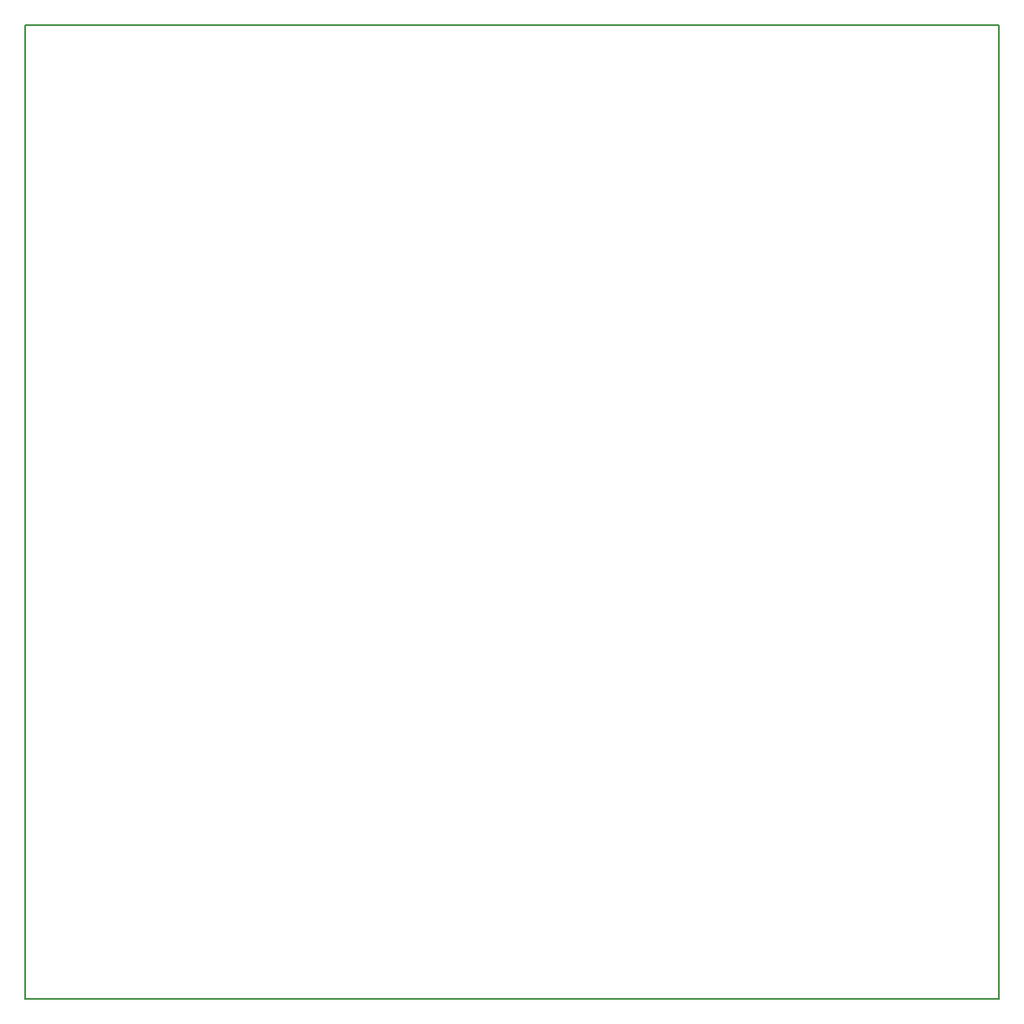
<source format=gm1>
G04 MADE WITH FRITZING*
G04 WWW.FRITZING.ORG*
G04 DOUBLE SIDED*
G04 HOLES PLATED*
G04 CONTOUR ON CENTER OF CONTOUR VECTOR*
%ASAXBY*%
%FSLAX23Y23*%
%MOIN*%
%OFA0B0*%
%SFA1.0B1.0*%
%ADD10R,3.622050X3.622050*%
%ADD11C,0.008000*%
%ADD10C,0.008*%
%LNCONTOUR*%
G90*
G70*
G54D10*
G54D11*
X4Y3618D02*
X3618Y3618D01*
X3618Y4D01*
X4Y4D01*
X4Y3618D01*
D02*
G04 End of contour*
M02*
</source>
